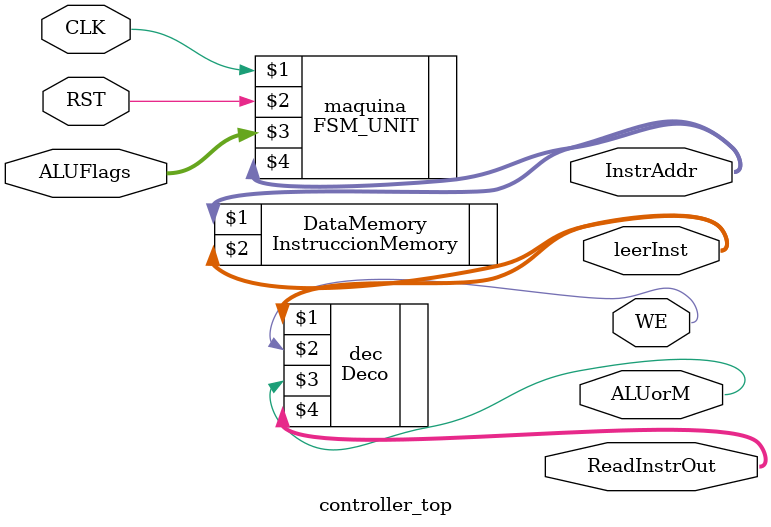
<source format=sv>
module controller_top(CLK, RST, ALUFlags, InstrAddr, leerInst, ReadInstrOut, WE, ALUorM);
    
	 input logic CLK;
	 input logic RST;
	 input logic [2:0]  ALUFlags;
	 output logic [7:0] InstrAddr;
	 output logic [15:0] leerInst;
	 output logic [15:0] ReadInstrOut;
	 output logic WE;
	 output logic ALUorM;
	
	Deco dec(leerInst, WE, ALUorM, ReadInstrOut);
		
	FSM_UNIT maquina(CLK, RST, ALUFlags, InstrAddr);
			  
	InstruccionMemory DataMemory(InstrAddr,leerInst);

endmodule

</source>
